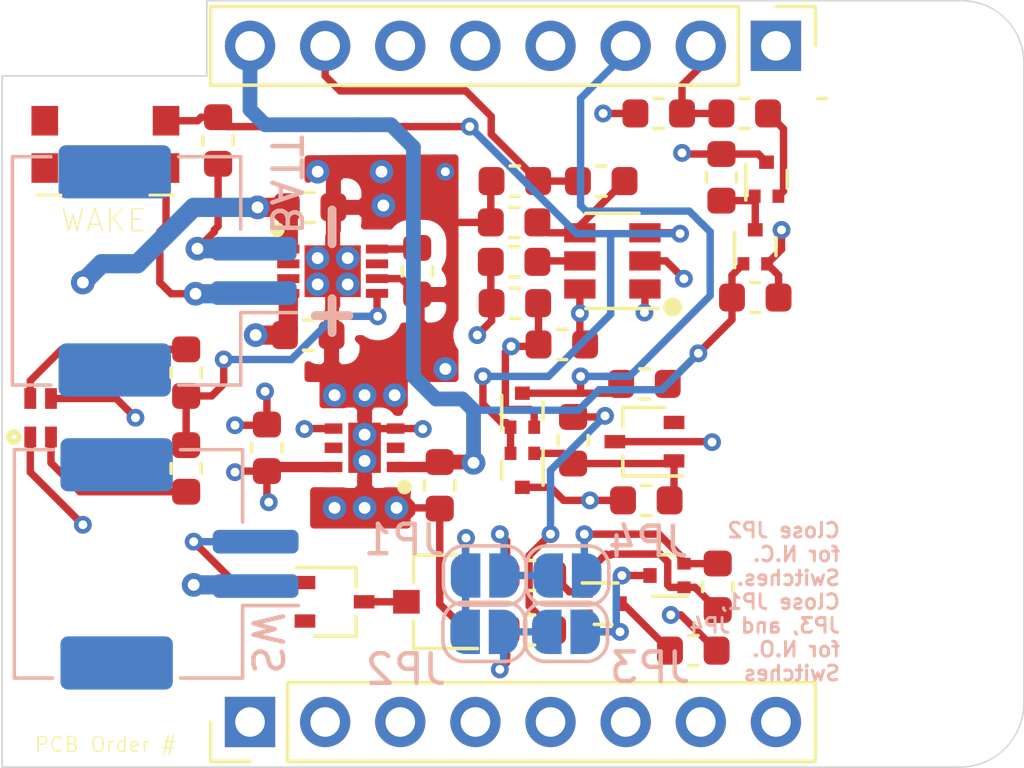
<source format=kicad_pcb>
(kicad_pcb (version 20171130) (host pcbnew "(5.1.6)-1")
  (layers (0 F.Cu signal hide) (1 VBAT power hide) (2 GND power hide) (31 B.Cu jumper) (34 B.Paste user hide) (35 F.Paste user hide) (36 B.SilkS user) (37 F.SilkS user hide) (38 B.Mask user hide) (39 F.Mask user hide) (44 Edge.Cuts user))
  (net 0 "")
  (net 1 +BATT)
  (net 2 GND)
  (net 3 +3V3)
  (net 4 "Net-(C4-Pad1)")
  (net 5 ENABLE)
  (net 6 "Net-(C8-Pad2)")
  (net 7 "Net-(C8-Pad1)")
  (net 8 "Net-(C9-Pad1)")
  (net 9 +5V)
  (net 10 "Net-(D1-Pad1)")
  (net 11 "Net-(D1-Pad2)")
  (net 12 "Net-(D1-Pad3)")
  (net 13 "Net-(D2-Pad2)")
  (net 14 "Net-(JP1-Pad2)")
  (net 15 "Net-(JP1-Pad1)")
  (net 16 "Net-(JP2-Pad2)")
  (net 17 "Net-(JP3-Pad1)")
  (net 18 "Net-(LED1-Pad2)")
  (net 19 "Net-(LED1-Pad3)")
  (net 20 DELAY)
  (net 21 "Net-(Q2-Pad3)")
  (net 22 EXT_WAKE)
  (net 23 "Net-(Q5-Pad2)")
  (net 24 "Net-(Q5-Pad1)")
  (net 25 DONE)
  (net 26 DRVN)
  (net 27 BAT_DIV_4P5)
  (net 28 PROG)
  (net 29 STAT)
  (net 30 "Net-(IC1-Pad5)")
  (net 31 "Net-(IC1-Pad2)")
  (net 32 "Net-(J3-Pad6)")
  (net 33 "Net-(J3-Pad5)")
  (net 34 "Net-(J3-Pad4)")
  (net 35 "Net-(J3-Pad1)")
  (net 36 "Net-(J4-Pad6)")
  (net 37 "Net-(J4-Pad5)")
  (net 38 "Net-(J4-Pad4)")
  (net 39 "Net-(J4-Pad3)")
  (net 40 "Net-(IC2-Pad7)")
  (net 41 "Net-(J4-Pad8)")
  (net 42 "Net-(J4-Pad7)")
  (module Connector_JST-pretty:JST_ZE_SM02B-ZESS-TB_1x02-1MP_P1.50mm_Horizontal (layer B.Cu) (at 161.5725 129.3375 90)
    (fp_text reference J2)
    (fp_text value Conn_01x02_Male)
    (pad MP smd roundrect (at 3.35 -2.125 90) (size 1.8 3.8) (layers B.Cu B.Paste B.Mask) (roundrect_rratio 0.138889))
    (pad MP smd roundrect (at -3.35 -2.125 90) (size 1.8 3.8) (layers B.Cu B.Paste B.Mask) (roundrect_rratio 0.138889))
    (pad 2 smd roundrect (at 0.75 2.575 90) (size 0.8 2.9) (layers B.Cu B.Paste B.Mask) (net 2 GND))
    (pad 1 smd roundrect (at -0.75 2.575 90) (size 0.8 2.9) (layers B.Cu B.Paste B.Mask) (net 1 +BATT))
  )
  (module Connector_JST-pretty:JST_ZE_SM02B-ZESS-TB_1x02-1MP_P1.50mm_Horizontal (layer B.Cu) (at 161.636 139.2435 90)
    (fp_text reference J1)
    (fp_text value Conn_01x02_Male)
    (pad MP smd roundrect (at 3.35 -2.125 90) (size 1.8 3.8) (layers B.Cu B.Paste B.Mask) (roundrect_rratio 0.138889))
    (pad MP smd roundrect (at -3.35 -2.125 90) (size 1.8 3.8) (layers B.Cu B.Paste B.Mask) (roundrect_rratio 0.138889))
    (pad 2 smd roundrect (at 0.75 2.575 90) (size 0.8 2.9) (layers B.Cu B.Paste B.Mask) (net 10 "Net-(D1-Pad1)"))
    (pad 1 smd roundrect (at -0.75 2.575 90) (size 0.8 2.9) (layers B.Cu B.Paste B.Mask) (net 1 +BATT))
  )
  (module Connector_PinHeader_2.54mm:PinHeader_1x08_P2.54mm_Vertical (layer F.Cu) (at 164.0205 144.5895 90)
    (fp_text reference J4)
    (fp_text value Conn_01x08_Male)
    (pad 8 thru_hole oval (at 0 17.78 90) (size 1.7 1.7) (drill 1) (layers *.Cu *.Mask) (net 41 "Net-(J4-Pad8)"))
    (pad 7 thru_hole oval (at 0 15.24 90) (size 1.7 1.7) (drill 1) (layers *.Cu *.Mask) (net 42 "Net-(J4-Pad7)"))
    (pad 6 thru_hole oval (at 0 12.7 90) (size 1.7 1.7) (drill 1) (layers *.Cu *.Mask) (net 36 "Net-(J4-Pad6)"))
    (pad 5 thru_hole oval (at 0 10.16 90) (size 1.7 1.7) (drill 1) (layers *.Cu *.Mask) (net 37 "Net-(J4-Pad5)"))
    (pad 4 thru_hole oval (at 0 7.62 90) (size 1.7 1.7) (drill 1) (layers *.Cu *.Mask) (net 38 "Net-(J4-Pad4)"))
    (pad 3 thru_hole oval (at 0 5.08 90) (size 1.7 1.7) (drill 1) (layers *.Cu *.Mask) (net 39 "Net-(J4-Pad3)"))
    (pad 2 thru_hole oval (at 0 2.54 90) (size 1.7 1.7) (drill 1) (layers *.Cu *.Mask) (net 2 GND))
    (pad 1 thru_hole rect (at 0 0 90) (size 1.7 1.7) (drill 1) (layers *.Cu *.Mask) (net 9 +5V))
  )
  (module Connector_PinHeader_2.54mm:PinHeader_1x08_P2.54mm_Vertical (layer F.Cu) (at 181.8005 121.7295 270)
    (fp_text reference J3)
    (fp_text value Conn_01x08_Male)
    (pad 8 thru_hole oval (at 0 17.78 270) (size 1.7 1.7) (drill 1) (layers *.Cu *.Mask) (net 3 +3V3))
    (pad 7 thru_hole oval (at 0 15.24 270) (size 1.7 1.7) (drill 1) (layers *.Cu *.Mask) (net 25 DONE))
    (pad 6 thru_hole oval (at 0 12.7 270) (size 1.7 1.7) (drill 1) (layers *.Cu *.Mask) (net 32 "Net-(J3-Pad6)"))
    (pad 5 thru_hole oval (at 0 10.16 270) (size 1.7 1.7) (drill 1) (layers *.Cu *.Mask) (net 33 "Net-(J3-Pad5)"))
    (pad 4 thru_hole oval (at 0 7.62 270) (size 1.7 1.7) (drill 1) (layers *.Cu *.Mask) (net 34 "Net-(J3-Pad4)"))
    (pad 3 thru_hole oval (at 0 5.08 270) (size 1.7 1.7) (drill 1) (layers *.Cu *.Mask) (net 22 EXT_WAKE))
    (pad 2 thru_hole oval (at 0 2.54 270) (size 1.7 1.7) (drill 1) (layers *.Cu *.Mask) (net 27 BAT_DIV_4P5))
    (pad 1 thru_hole rect (at 0 0 270) (size 1.7 1.7) (drill 1) (layers *.Cu *.Mask) (net 35 "Net-(J3-Pad1)"))
  )
  (module SamacSys_Parts:KMS233GPLFG (layer F.Cu) (at 159.131 123.7615 180)
    (fp_text reference SW1)
    (fp_text value SW_Push hide)
    (pad 7 np_thru_hole circle (at 0.975 -0.55 180) (size 0.9 0) (drill 0.9) (layers *.Cu *.Mask))
    (pad 6 np_thru_hole circle (at -0.975 -0.55 180) (size 0.9 0) (drill 0.9) (layers *.Cu *.Mask))
    (pad 5 smd rect (at 2.05 -0.5 180) (size 0.9 1) (layers F.Cu F.Paste F.Mask))
    (pad 4 smd rect (at 2.05 -2.1 180) (size 0.9 1) (layers F.Cu F.Paste F.Mask))
    (pad 3 smd rect (at 0 -2.725 270) (size 0.55 1.7) (layers F.Cu F.Paste F.Mask))
    (pad 2 smd rect (at -2.05 -2.1 180) (size 0.9 1) (layers F.Cu F.Paste F.Mask) (net 1 +BATT))
    (pad 1 smd rect (at -2.05 -0.5 180) (size 0.9 1) (layers F.Cu F.Paste F.Mask) (net 20 DELAY))
  )
  (module SamacSys_Parts:SON50P300X200X100-9N-D (layer F.Cu) (at 166.8145 129.3495)
    (fp_text reference IC2)
    (fp_text value MCP73831-5ACI_MC hide)
    (pad 9 smd rect (at 0 0 90) (size 1.75 1.9) (layers F.Cu F.Paste F.Mask) (net 2 GND))
    (pad 8 smd rect (at 1.5 -0.75 90) (size 0.3 0.75) (layers F.Cu F.Paste F.Mask) (net 28 PROG))
    (pad 7 smd rect (at 1.5 -0.25 90) (size 0.3 0.75) (layers F.Cu F.Paste F.Mask) (net 40 "Net-(IC2-Pad7)"))
    (pad 6 smd rect (at 1.5 0.25 90) (size 0.3 0.75) (layers F.Cu F.Paste F.Mask) (net 2 GND))
    (pad 5 smd rect (at 1.5 0.75 90) (size 0.3 0.75) (layers F.Cu F.Paste F.Mask) (net 29 STAT))
    (pad 4 smd rect (at -1.5 0.75 90) (size 0.3 0.75) (layers F.Cu F.Paste F.Mask) (net 1 +BATT))
    (pad 3 smd rect (at -1.5 0.25 90) (size 0.3 0.75) (layers F.Cu F.Paste F.Mask) (net 1 +BATT))
    (pad 2 smd rect (at -1.5 -0.25 90) (size 0.3 0.75) (layers F.Cu F.Paste F.Mask) (net 9 +5V))
    (pad 1 smd rect (at -1.5 -0.75 90) (size 0.3 0.75) (layers F.Cu F.Paste F.Mask) (net 9 +5V))
  )
  (module Resistor_SMD:R_0603_1608Metric (layer F.Cu) (at 172.974 126.3015 180)
    (fp_text reference R2)
    (fp_text value 10k)
    (pad 2 smd roundrect (at 0.7875 0 180) (size 0.875 0.95) (layers F.Cu F.Paste F.Mask) (net 2 GND))
    (pad 1 smd roundrect (at -0.7875 0 180) (size 0.875 0.95) (layers F.Cu F.Paste F.Mask) (net 25 DONE))
  )
  (module Jumper:SolderJumper-2_P1.3mm_Open_RoundedPad1.0x1.5mm (layer B.Cu) (at 174.752 139.6365)
    (fp_text reference JP4 (at 2.7305 -1.143) (layer B.SilkS) (effects (justify mirror)))
    (fp_text value SolderJumper_2_Open)
    (pad 2 smd custom (at 0.65 0) (size 1 0.5) (layers B.Cu B.Mask) (net 2 GND) (options (clearance outline) (anchor rect)) (primitives (gr_circle (center 0 -0.25) (end 0.5 -0.25) (width 0)) (gr_circle (center 0 0.25) (end 0.5 0.25) (width 0)) (gr_poly (pts (xy 0 0.75) (xy -0.5 0.75) (xy -0.5 -0.75) (xy 0 -0.75)) (width 0))))
    (pad 1 smd custom (at -0.65 0) (size 1 0.5) (layers B.Cu B.Mask) (net 14 "Net-(JP1-Pad2)") (options (clearance outline) (anchor rect)) (primitives (gr_circle (center 0 -0.25) (end 0.5 -0.25) (width 0)) (gr_circle (center 0 0.25) (end 0.5 0.25) (width 0)) (gr_poly (pts (xy 0 0.75) (xy 0.5 0.75) (xy 0.5 -0.75) (xy 0 -0.75)) (width 0))))
  )
  (module Jumper:SolderJumper-2_P1.3mm_Open_RoundedPad1.0x1.5mm (layer B.Cu) (at 174.7035 141.5415 180)
    (fp_text reference JP3 (at -2.8425 -1.2065) (layer B.SilkS) (effects (justify mirror)))
    (fp_text value SolderJumper_2_Open)
    (pad 2 smd custom (at 0.65 0 180) (size 1 0.5) (layers B.Cu B.Mask) (net 16 "Net-(JP2-Pad2)") (options (clearance outline) (anchor rect)) (primitives (gr_circle (center 0 -0.25) (end 0.5 -0.25) (width 0)) (gr_circle (center 0 0.25) (end 0.5 0.25) (width 0)) (gr_poly (pts (xy 0 0.75) (xy -0.5 0.75) (xy -0.5 -0.75) (xy 0 -0.75)) (width 0))))
    (pad 1 smd custom (at -0.65 0 180) (size 1 0.5) (layers B.Cu B.Mask) (net 17 "Net-(JP3-Pad1)") (options (clearance outline) (anchor rect)) (primitives (gr_circle (center 0 -0.25) (end 0.5 -0.25) (width 0)) (gr_circle (center 0 0.25) (end 0.5 0.25) (width 0)) (gr_poly (pts (xy 0 0.75) (xy 0.5 0.75) (xy 0.5 -0.75) (xy 0 -0.75)) (width 0))))
  )
  (module Jumper:SolderJumper-2_P1.3mm_Open_RoundedPad1.0x1.5mm (layer B.Cu) (at 171.943 141.5415)
    (fp_text reference JP2 (at -2.652 1.27) (layer B.SilkS) (effects (justify mirror)))
    (fp_text value SolderJumper_2_Open)
    (pad 2 smd custom (at 0.65 0) (size 1 0.5) (layers B.Cu B.Mask) (net 16 "Net-(JP2-Pad2)") (options (clearance outline) (anchor rect)) (primitives (gr_circle (center 0 -0.25) (end 0.5 -0.25) (width 0)) (gr_circle (center 0 0.25) (end 0.5 0.25) (width 0)) (gr_poly (pts (xy 0 0.75) (xy -0.5 0.75) (xy -0.5 -0.75) (xy 0 -0.75)) (width 0))))
    (pad 1 smd custom (at -0.65 0) (size 1 0.5) (layers B.Cu B.Mask) (net 15 "Net-(JP1-Pad1)") (options (clearance outline) (anchor rect)) (primitives (gr_circle (center 0 -0.25) (end 0.5 -0.25) (width 0)) (gr_circle (center 0 0.25) (end 0.5 0.25) (width 0)) (gr_poly (pts (xy 0 0.75) (xy 0.5 0.75) (xy 0.5 -0.75) (xy 0 -0.75)) (width 0))))
  )
  (module Jumper:SolderJumper-2_P1.3mm_Open_RoundedPad1.0x1.5mm (layer B.Cu) (at 171.958 139.6365)
    (fp_text reference JP1 (at -2.7305 -1.2065) (layer B.SilkS) (effects (justify mirror)))
    (fp_text value SolderJumper_2_Open)
    (pad 2 smd custom (at 0.65 0) (size 1 0.5) (layers B.Cu B.Mask) (net 14 "Net-(JP1-Pad2)") (options (clearance outline) (anchor rect)) (primitives (gr_circle (center 0 -0.25) (end 0.5 -0.25) (width 0)) (gr_circle (center 0 0.25) (end 0.5 0.25) (width 0)) (gr_poly (pts (xy 0 0.75) (xy -0.5 0.75) (xy -0.5 -0.75) (xy 0 -0.75)) (width 0))))
    (pad 1 smd custom (at -0.65 0) (size 1 0.5) (layers B.Cu B.Mask) (net 15 "Net-(JP1-Pad1)") (options (clearance outline) (anchor rect)) (primitives (gr_circle (center 0 -0.25) (end 0.5 -0.25) (width 0)) (gr_circle (center 0 0.25) (end 0.5 0.25) (width 0)) (gr_poly (pts (xy 0 0.75) (xy 0.5 0.75) (xy 0.5 -0.75) (xy 0 -0.75)) (width 0))))
  )
  (module SamacSys_Parts:SON65P200X200X80-7N (layer F.Cu) (at 167.894 135.3185 180)
    (fp_text reference IC1)
    (fp_text value TPS73733DRVR hide)
    (pad 7 smd rect (at 0 0 180) (size 1.1 1.7) (layers F.Cu F.Paste F.Mask) (net 2 GND))
    (pad 6 smd rect (at 1.05 -0.65 270) (size 0.35 0.6) (layers F.Cu F.Paste F.Mask) (net 1 +BATT))
    (pad 5 smd rect (at 1.05 0 270) (size 0.35 0.6) (layers F.Cu F.Paste F.Mask) (net 30 "Net-(IC1-Pad5)"))
    (pad 4 smd rect (at 1.05 0.65 270) (size 0.35 0.6) (layers F.Cu F.Paste F.Mask) (net 5 ENABLE))
    (pad 3 smd rect (at -1.05 0.65 270) (size 0.35 0.6) (layers F.Cu F.Paste F.Mask) (net 2 GND))
    (pad 2 smd rect (at -1.05 0 270) (size 0.35 0.6) (layers F.Cu F.Paste F.Mask) (net 31 "Net-(IC1-Pad2)"))
    (pad 1 smd rect (at -1.05 -0.65 270) (size 0.35 0.6) (layers F.Cu F.Paste F.Mask) (net 3 +3V3))
  )
  (module Capacitor_SMD:C_0603_1608Metric (layer F.Cu) (at 174.5615 131.826 180)
    (fp_text reference C1)
    (fp_text value 0.1u)
    (pad 1 smd roundrect (at -0.7875 0 180) (size 0.875 0.95) (layers F.Cu F.Paste F.Mask) (net 1 +BATT))
    (pad 2 smd roundrect (at 0.7875 0 180) (size 0.875 0.95) (layers F.Cu F.Paste F.Mask) (net 2 GND))
  )
  (module Capacitor_SMD:C_0603_1608Metric (layer F.Cu) (at 170.434 136.5885 90)
    (fp_text reference C2)
    (fp_text value 1u)
    (pad 2 smd roundrect (at 0.7875 0 90) (size 0.875 0.95) (layers F.Cu F.Paste F.Mask) (net 3 +3V3))
    (pad 1 smd roundrect (at -0.7875 0 90) (size 0.875 0.95) (layers F.Cu F.Paste F.Mask) (net 2 GND))
  )
  (module Capacitor_SMD:C_0603_1608Metric (layer F.Cu) (at 172.9485 127.6985 180)
    (fp_text reference C4)
    (fp_text value 10u)
    (pad 2 smd roundrect (at 0.7875 0 180) (size 0.875 0.95) (layers F.Cu F.Paste F.Mask) (net 2 GND))
    (pad 1 smd roundrect (at -0.7875 0 180) (size 0.875 0.95) (layers F.Cu F.Paste F.Mask) (net 4 "Net-(C4-Pad1)"))
  )
  (module Capacitor_SMD:C_0603_1608Metric (layer F.Cu) (at 172.974 130.429)
    (fp_text reference C5)
    (fp_text value 10u)
    (pad 1 smd roundrect (at -0.7875 0) (size 0.875 0.95) (layers F.Cu F.Paste F.Mask) (net 5 ENABLE))
    (pad 2 smd roundrect (at 0.7875 0) (size 0.875 0.95) (layers F.Cu F.Paste F.Mask) (net 2 GND))
  )
  (module Capacitor_SMD:C_0603_1608Metric (layer F.Cu) (at 164.592 135.3185 270)
    (fp_text reference C6)
    (fp_text value 1u)
    (pad 2 smd roundrect (at 0.7875 0 270) (size 0.875 0.95) (layers F.Cu F.Paste F.Mask) (net 1 +BATT))
    (pad 1 smd roundrect (at -0.7875 0 270) (size 0.875 0.95) (layers F.Cu F.Paste F.Mask) (net 2 GND))
  )
  (module Capacitor_SMD:C_0603_1608Metric (layer F.Cu) (at 174.9425 135.0645 90)
    (fp_text reference C8)
    (fp_text value 10u)
    (pad 2 smd roundrect (at 0.7875 0 90) (size 0.875 0.95) (layers F.Cu F.Paste F.Mask) (net 6 "Net-(C8-Pad2)"))
    (pad 1 smd roundrect (at -0.7875 0 90) (size 0.875 0.95) (layers F.Cu F.Paste F.Mask) (net 7 "Net-(C8-Pad1)"))
  )
  (module Capacitor_SMD:C_0603_1608Metric (layer F.Cu) (at 179.832 140.0175 90)
    (fp_text reference C9)
    (fp_text value 0.1u)
    (pad 1 smd roundrect (at -0.7875 0 90) (size 0.875 0.95) (layers F.Cu F.Paste F.Mask) (net 8 "Net-(C9-Pad1)"))
    (pad 2 smd roundrect (at 0.7875 0 90) (size 0.875 0.95) (layers F.Cu F.Paste F.Mask) (net 2 GND))
  )
  (module Capacitor_SMD:C_0603_1608Metric (layer F.Cu) (at 166.0525 127.1905 180)
    (fp_text reference C10)
    (fp_text value C_Small)
    (pad 1 smd roundrect (at -0.7875 0 180) (size 0.875 0.95) (layers F.Cu F.Paste F.Mask) (net 2 GND))
    (pad 2 smd roundrect (at 0.7875 0 180) (size 0.875 0.95) (layers F.Cu F.Paste F.Mask) (net 9 +5V))
  )
  (module Capacitor_SMD:C_0603_1608Metric (layer F.Cu) (at 165.989 131.5085 180)
    (fp_text reference C11)
    (fp_text value C_Small)
    (pad 2 smd roundrect (at 0.7875 0 180) (size 0.875 0.95) (layers F.Cu F.Paste F.Mask) (net 1 +BATT))
    (pad 1 smd roundrect (at -0.7875 0 180) (size 0.875 0.95) (layers F.Cu F.Paste F.Mask) (net 2 GND))
  )
  (module Package_TO_SOT_SMD:SOT-323_SC-70 (layer F.Cu) (at 166.878 140.5255)
    (fp_text reference D1)
    (fp_text value BAT54W)
    (pad 1 smd rect (at -1 -0.65 270) (size 0.45 0.7) (layers F.Cu F.Paste F.Mask) (net 10 "Net-(D1-Pad1)"))
    (pad 2 smd rect (at -1 0.65 270) (size 0.45 0.7) (layers F.Cu F.Paste F.Mask) (net 11 "Net-(D1-Pad2)"))
    (pad 3 smd rect (at 1 0 270) (size 0.45 0.7) (layers F.Cu F.Paste F.Mask) (net 12 "Net-(D1-Pad3)"))
  )
  (module Package_TO_SOT_SMD:SOT-323_SC-70 (layer F.Cu) (at 177.3555 135.112 180)
    (fp_text reference D2)
    (fp_text value BAT54W)
    (pad 3 smd rect (at 1 0 90) (size 0.45 0.7) (layers F.Cu F.Paste F.Mask) (net 1 +BATT))
    (pad 2 smd rect (at -1 0.65 90) (size 0.45 0.7) (layers F.Cu F.Paste F.Mask) (net 13 "Net-(D2-Pad2)"))
    (pad 1 smd rect (at -1 -0.65 90) (size 0.45 0.7) (layers F.Cu F.Paste F.Mask) (net 7 "Net-(C8-Pad1)"))
  )
  (module SamacSys_Parts:HSMF-C163 (layer F.Cu) (at 156.941 134.3025 90)
    (fp_text reference LED1)
    (fp_text value HSMF-C165 hide)
    (pad 1 smd rect (at -0.65 -0.35 180) (size 0.4 0.7) (layers F.Cu F.Paste F.Mask) (net 9 +5V))
    (pad 2 smd rect (at -0.65 0.35 180) (size 0.4 0.7) (layers F.Cu F.Paste F.Mask) (net 18 "Net-(LED1-Pad2)"))
    (pad 3 smd rect (at 0.65 -0.35 180) (size 0.4 0.7) (layers F.Cu F.Paste F.Mask) (net 19 "Net-(LED1-Pad3)"))
    (pad 4 smd rect (at 0.65 0.35 180) (size 0.4 0.7) (layers F.Cu F.Paste F.Mask) (net 2 GND))
  )
  (module Package_TO_SOT_SMD:SOT-723 (layer F.Cu) (at 173.228 136.0805 270)
    (fp_text reference Q1)
    (fp_text value Q_PMOS_GSD)
    (pad 1 smd rect (at -0.575 -0.4 270) (size 0.45 0.4) (layers F.Cu F.Paste F.Mask) (net 7 "Net-(C8-Pad1)"))
    (pad 2 smd rect (at -0.575 0.4 270) (size 0.45 0.4) (layers F.Cu F.Paste F.Mask) (net 20 DELAY))
    (pad 3 smd rect (at 0.575 0 270) (size 0.45 0.5) (layers F.Cu F.Paste F.Mask) (net 1 +BATT))
  )
  (module Package_TO_SOT_SMD:SOT-723 (layer F.Cu) (at 175.9585 140.589)
    (fp_text reference Q2)
    (fp_text value Q_PMOS_GSD)
    (pad 3 smd rect (at 0.575 0) (size 0.45 0.5) (layers F.Cu F.Paste F.Mask) (net 21 "Net-(Q2-Pad3)"))
    (pad 2 smd rect (at -0.575 0.4) (size 0.45 0.4) (layers F.Cu F.Paste F.Mask) (net 17 "Net-(JP3-Pad1)"))
    (pad 1 smd rect (at -0.575 -0.4) (size 0.45 0.4) (layers F.Cu F.Paste F.Mask) (net 8 "Net-(C9-Pad1)"))
  )
  (module Package_TO_SOT_SMD:SOT-723 (layer F.Cu) (at 178.1175 139.6365 180)
    (fp_text reference Q3)
    (fp_text value Q_NMOS_GSD)
    (pad 3 smd rect (at 0.575 0 180) (size 0.45 0.5) (layers F.Cu F.Paste F.Mask) (net 17 "Net-(JP3-Pad1)"))
    (pad 2 smd rect (at -0.575 0.4 180) (size 0.45 0.4) (layers F.Cu F.Paste F.Mask) (net 2 GND))
    (pad 1 smd rect (at -0.575 -0.4 180) (size 0.45 0.4) (layers F.Cu F.Paste F.Mask) (net 8 "Net-(C9-Pad1)"))
  )
  (module Package_TO_SOT_SMD:SOT-723 (layer F.Cu) (at 173.228 134.0485 90)
    (fp_text reference Q4)
    (fp_text value Q_NMOS_GSD)
    (pad 1 smd rect (at -0.575 -0.4 90) (size 0.45 0.4) (layers F.Cu F.Paste F.Mask) (net 20 DELAY))
    (pad 2 smd rect (at -0.575 0.4 90) (size 0.45 0.4) (layers F.Cu F.Paste F.Mask) (net 2 GND))
    (pad 3 smd rect (at 0.575 0 90) (size 0.45 0.5) (layers F.Cu F.Paste F.Mask) (net 22 EXT_WAKE))
  )
  (module Package_TO_SOT_SMD:SOT-723 (layer F.Cu) (at 181.483 126.238 90)
    (fp_text reference Q5)
    (fp_text value Q_PMOS_GSD)
    (pad 3 smd rect (at 0.575 0 90) (size 0.45 0.5) (layers F.Cu F.Paste F.Mask) (net 1 +BATT))
    (pad 2 smd rect (at -0.575 0.4 90) (size 0.45 0.4) (layers F.Cu F.Paste F.Mask) (net 23 "Net-(Q5-Pad2)"))
    (pad 1 smd rect (at -0.575 -0.4 90) (size 0.45 0.4) (layers F.Cu F.Paste F.Mask) (net 24 "Net-(Q5-Pad1)"))
  )
  (module Package_TO_SOT_SMD:SOT-723 (layer F.Cu) (at 181.102 128.524 90)
    (fp_text reference Q6)
    (fp_text value Q_NMOS_GSD)
    (pad 1 smd rect (at -0.575 -0.4 90) (size 0.45 0.4) (layers F.Cu F.Paste F.Mask) (net 3 +3V3))
    (pad 2 smd rect (at -0.575 0.4 90) (size 0.45 0.4) (layers F.Cu F.Paste F.Mask) (net 2 GND))
    (pad 3 smd rect (at 0.575 0 90) (size 0.45 0.5) (layers F.Cu F.Paste F.Mask) (net 24 "Net-(Q5-Pad1)"))
  )
  (module Resistor_SMD:R_0603_1608Metric (layer F.Cu) (at 175.895 126.3015 180)
    (fp_text reference R1)
    (fp_text value 10k)
    (pad 2 smd roundrect (at 0.7875 0 180) (size 0.875 0.95) (layers F.Cu F.Paste F.Mask) (net 25 DONE))
    (pad 1 smd roundrect (at -0.7875 0 180) (size 0.875 0.95) (layers F.Cu F.Paste F.Mask) (net 4 "Net-(C4-Pad1)"))
  )
  (module Resistor_SMD:R_0603_1608Metric (layer F.Cu) (at 172.9485 129.032 180)
    (fp_text reference R3)
    (fp_text value 10k)
    (pad 2 smd roundrect (at 0.7875 0 180) (size 0.875 0.95) (layers F.Cu F.Paste F.Mask) (net 5 ENABLE))
    (pad 1 smd roundrect (at -0.7875 0 180) (size 0.875 0.95) (layers F.Cu F.Paste F.Mask) (net 26 DRVN))
  )
  (module Resistor_SMD:R_0603_1608Metric (layer F.Cu) (at 179.0065 142.1765)
    (fp_text reference R4)
    (fp_text value 100)
    (pad 2 smd roundrect (at 0.7875 0) (size 0.875 0.95) (layers F.Cu F.Paste F.Mask) (net 1 +BATT))
    (pad 1 smd roundrect (at -0.7875 0) (size 0.875 0.95) (layers F.Cu F.Paste F.Mask) (net 21 "Net-(Q2-Pad3)"))
  )
  (module Resistor_SMD:R_0603_1608Metric (layer F.Cu) (at 177.419 137.0965 180)
    (fp_text reference R5)
    (fp_text value 100k)
    (pad 1 smd roundrect (at -0.7875 0 180) (size 0.875 0.95) (layers F.Cu F.Paste F.Mask) (net 7 "Net-(C8-Pad1)"))
    (pad 2 smd roundrect (at 0.7875 0 180) (size 0.875 0.95) (layers F.Cu F.Paste F.Mask) (net 1 +BATT))
  )
  (module Resistor_SMD:R_0603_1608Metric (layer F.Cu) (at 162.941 124.93 270)
    (fp_text reference R6)
    (fp_text value 100)
    (pad 1 smd roundrect (at -0.7875 0 270) (size 0.875 0.95) (layers F.Cu F.Paste F.Mask) (net 20 DELAY))
    (pad 2 smd roundrect (at 0.7875 0 270) (size 0.875 0.95) (layers F.Cu F.Paste F.Mask) (net 2 GND))
  )
  (module Resistor_SMD:R_0603_1608Metric (layer F.Cu) (at 173.482 141.478 180)
    (fp_text reference R7)
    (fp_text value 100)
    (pad 1 smd roundrect (at -0.7875 0 180) (size 0.875 0.95) (layers F.Cu F.Paste F.Mask) (net 6 "Net-(C8-Pad2)"))
    (pad 2 smd roundrect (at 0.7875 0 180) (size 0.875 0.95) (layers F.Cu F.Paste F.Mask) (net 16 "Net-(JP2-Pad2)"))
  )
  (module Resistor_SMD:R_0603_1608Metric (layer F.Cu) (at 177.3555 133.1595)
    (fp_text reference R8)
    (fp_text value 10k)
    (pad 1 smd roundrect (at -0.7875 0) (size 0.875 0.95) (layers F.Cu F.Paste F.Mask) (net 22 EXT_WAKE))
    (pad 2 smd roundrect (at 0.7875 0) (size 0.875 0.95) (layers F.Cu F.Paste F.Mask) (net 3 +3V3))
  )
  (module Resistor_SMD:R_0603_1608Metric (layer F.Cu) (at 173.482 139.6365 180)
    (fp_text reference R9)
    (fp_text value 10k)
    (pad 1 smd roundrect (at -0.7875 0 180) (size 0.875 0.95) (layers F.Cu F.Paste F.Mask) (net 8 "Net-(C9-Pad1)"))
    (pad 2 smd roundrect (at 0.7875 0 180) (size 0.875 0.95) (layers F.Cu F.Paste F.Mask) (net 14 "Net-(JP1-Pad2)"))
  )
  (module Resistor_SMD:R_0603_1608Metric (layer F.Cu) (at 179.959 126.1745 270)
    (fp_text reference R10)
    (fp_text value R_Small)
    (pad 1 smd roundrect (at -0.7875 0 270) (size 0.875 0.95) (layers F.Cu F.Paste F.Mask) (net 1 +BATT))
    (pad 2 smd roundrect (at 0.7875 0 270) (size 0.875 0.95) (layers F.Cu F.Paste F.Mask) (net 24 "Net-(Q5-Pad1)"))
  )
  (module Resistor_SMD:R_0603_1608Metric (layer F.Cu) (at 180.7465 124.0155 180)
    (fp_text reference R11)
    (fp_text value R_Small)
    (pad 2 smd roundrect (at 0.7875 0 180) (size 0.875 0.95) (layers F.Cu F.Paste F.Mask) (net 27 BAT_DIV_4P5))
    (pad 1 smd roundrect (at -0.7875 0 180) (size 0.875 0.95) (layers F.Cu F.Paste F.Mask) (net 23 "Net-(Q5-Pad2)"))
  )
  (module Resistor_SMD:R_0603_1608Metric (layer F.Cu) (at 181.102 130.2385)
    (fp_text reference R12)
    (fp_text value R_Small)
    (pad 2 smd roundrect (at 0.7875 0) (size 0.875 0.95) (layers F.Cu F.Paste F.Mask) (net 2 GND))
    (pad 1 smd roundrect (at -0.7875 0) (size 0.875 0.95) (layers F.Cu F.Paste F.Mask) (net 3 +3V3))
  )
  (module Resistor_SMD:R_0603_1608Metric (layer F.Cu) (at 177.838 124.0155 180)
    (fp_text reference R13)
    (fp_text value R_Small)
    (pad 2 smd roundrect (at 0.7875 0 180) (size 0.875 0.95) (layers F.Cu F.Paste F.Mask) (net 2 GND))
    (pad 1 smd roundrect (at -0.7875 0 180) (size 0.875 0.95) (layers F.Cu F.Paste F.Mask) (net 27 BAT_DIV_4P5))
  )
  (module Resistor_SMD:R_0603_1608Metric (layer F.Cu) (at 169.672 129.3495 270)
    (fp_text reference R14)
    (fp_text value R_Small)
    (pad 2 smd roundrect (at 0.7875 0 270) (size 0.875 0.95) (layers F.Cu F.Paste F.Mask) (net 2 GND))
    (pad 1 smd roundrect (at -0.7875 0 270) (size 0.875 0.95) (layers F.Cu F.Paste F.Mask) (net 28 PROG))
  )
  (module Resistor_SMD:R_0603_1608Metric (layer F.Cu) (at 161.8615 132.7785 90)
    (fp_text reference R15)
    (fp_text value R_Small)
    (pad 1 smd roundrect (at -0.7875 0 90) (size 0.875 0.95) (layers F.Cu F.Paste F.Mask) (net 29 STAT))
    (pad 2 smd roundrect (at 0.7875 0 90) (size 0.875 0.95) (layers F.Cu F.Paste F.Mask) (net 19 "Net-(LED1-Pad3)"))
  )
  (module Resistor_SMD:R_0603_1608Metric (layer F.Cu) (at 161.8615 136.017 90)
    (fp_text reference R16)
    (fp_text value R_Small)
    (pad 1 smd roundrect (at -0.7875 0 90) (size 0.875 0.95) (layers F.Cu F.Paste F.Mask) (net 18 "Net-(LED1-Pad2)"))
    (pad 2 smd roundrect (at 0.7875 0 90) (size 0.875 0.95) (layers F.Cu F.Paste F.Mask) (net 29 STAT))
  )
  (module Package_TO_SOT_SMD:SOT-23 (layer F.Cu) (at 170.307 140.5255 180)
    (fp_text reference U1)
    (fp_text value TPS3839DBZ)
    (pad 1 smd rect (at -1 -0.95 180) (size 0.9 0.8) (layers F.Cu F.Paste F.Mask) (net 2 GND))
    (pad 2 smd rect (at -1 0.95 180) (size 0.9 0.8) (layers F.Cu F.Paste F.Mask) (net 15 "Net-(JP1-Pad1)"))
    (pad 3 smd rect (at 1 0 180) (size 0.9 0.8) (layers F.Cu F.Paste F.Mask) (net 12 "Net-(D1-Pad3)"))
  )
  (module Package_TO_SOT_SMD:SOT-23-6 (layer F.Cu) (at 176.271999 128.999999 180)
    (fp_text reference U2)
    (fp_text value TPL5111)
    (pad 1 smd rect (at -1.1 -0.95 180) (size 1.06 0.65) (layers F.Cu F.Paste F.Mask) (net 1 +BATT))
    (pad 2 smd rect (at -1.1 0 180) (size 1.06 0.65) (layers F.Cu F.Paste F.Mask) (net 2 GND))
    (pad 3 smd rect (at -1.1 0.95 180) (size 1.06 0.65) (layers F.Cu F.Paste F.Mask) (net 20 DELAY))
    (pad 4 smd rect (at 1.1 0.95 180) (size 1.06 0.65) (layers F.Cu F.Paste F.Mask) (net 4 "Net-(C4-Pad1)"))
    (pad 6 smd rect (at 1.1 -0.95 180) (size 1.06 0.65) (layers F.Cu F.Paste F.Mask) (net 1 +BATT))
    (pad 5 smd rect (at 1.1 0 180) (size 1.06 0.65) (layers F.Cu F.Paste F.Mask) (net 26 DRVN))
  )
  (gr_text "Close JP2\nfor N.C. \nSwitches.\nClose JP1,\nJP3, and JP4\nfor N.O. \nSwitches" (at 184.023 140.5255) (layer B.SilkS) (effects (font (size 0.5 0.5) (thickness 0.1)) (justify left mirror)))
  (gr_text BATT (at 165.227 126.4285 270) (layer B.SilkS) (effects (font (size 1 1)) (justify mirror)))
  (gr_text SW (at 164.592 141.9225 270) (layer B.SilkS) (effects (font (size 1 1)) (justify mirror)))
  (gr_text "- +" (at 166.6875 129.3495 90) (layer B.SilkS) (effects (font (size 1.5 1.5) (thickness 0.3)) (justify mirror)))
  (gr_text WAKE (at 159.0675 127.635) (layer F.SilkS) (effects (font (size 0.75 0.75) (thickness 0.05))))
  (gr_text "PCB Order #" (at 159.131 145.3515) (layer F.SilkS) (effects (font (size 0.5 0.5) (thickness 0.05))))
  (gr_circle (center 178.308 130.556) (end 178.562 130.6195) (layer F.SilkS) (width 0.12))
  (gr_circle (center 178.308 130.556) (end 178.435 130.6195) (layer F.SilkS) (width 0.12))
  (gr_circle (center 178.308 130.556) (end 178.3715 130.556) (layer F.SilkS) (width 0.12))
  (gr_line (start 183.515 123.5075) (end 183.1975 123.5075) (layer F.SilkS) (width 0.12))
  (gr_arc (start 188.0235 143.9545) (end 188.0235 146.1135) (angle -90) (layer Edge.Cuts) (width 0.05))
  (gr_arc (start 188.087 122.301) (end 190.1825 122.3645) (angle -91.73573192) (layer Edge.Cuts) (width 0.05))
  (gr_line (start 190.1825 143.9545) (end 190.1825 122.3645) (layer Edge.Cuts) (width 0.05))
  (gr_line (start 155.6385 146.1135) (end 188.0235 146.1135) (layer Edge.Cuts) (width 0.05))
  (gr_line (start 155.6385 131.7625) (end 155.6385 146.1135) (layer Edge.Cuts) (width 0.05))
  (gr_line (start 155.6385 127.4445) (end 155.6385 131.7625) (layer Edge.Cuts) (width 0.05))
  (gr_line (start 155.6385 122.7455) (end 155.6385 127.4445) (layer Edge.Cuts) (width 0.05))
  (gr_line (start 162.56 122.7455) (end 155.6385 122.7455) (layer Edge.Cuts) (width 0.05))
  (gr_line (start 162.56 120.2055) (end 162.56 122.7455) (layer Edge.Cuts) (width 0.05))
  (gr_line (start 162.56 120.2055) (end 188.087 120.2055) (layer Edge.Cuts) (width 0.05))
  (via (at 178.2445 140.97) (size 0.6) (drill 0.3) (layers F.Cu B.Cu) (net 1))
  (via (at 179.6415 135.128) (size 0.6) (drill 0.3) (layers F.Cu B.Cu) (net 1))
  (via (at 178.6255 125.349) (size 0.6) (drill 0.3) (layers F.Cu B.Cu) (net 1))
  (via (at 162.1155 139.954) (size 0.8) (drill 0.4) (layers F.Cu B.Cu) (net 1))
  (via (at 164.211 131.5085) (size 0.8) (drill 0.4) (layers F.Cu B.Cu) (net 1))
  (via (at 162.179 130.1115) (size 0.8) (drill 0.4) (layers F.Cu B.Cu) (net 1))
  (segment (start 164.7295 135.9685) (end 164.592 136.106) (width 0.25) (layer F.Cu) (net 1))
  (segment (start 166.844 135.9685) (end 164.7295 135.9685) (width 0.35) (layer F.Cu) (net 1))
  (segment (start 165.3145 131.3955) (end 165.2015 131.5085) (width 0.25) (layer F.Cu) (net 1))
  (segment (start 165.3145 130.0995) (end 165.3145 131.3955) (width 0.65) (layer F.Cu) (net 1))
  (segment (start 164.211 131.5085) (end 165.2015 131.5085) (width 0.65) (layer F.Cu) (net 1))
  (via (at 163.5125 136.144) (size 0.6) (drill 0.3) (layers F.Cu B.Cu) (net 1))
  (via (at 164.6555 137.16) (size 0.6) (drill 0.3) (layers F.Cu B.Cu) (net 1))
  (via (at 177.3555 130.7465) (size 0.6) (drill 0.3) (layers F.Cu B.Cu) (net 1))
  (segment (start 177.371999 130.730001) (end 177.3555 130.7465) (width 0.25) (layer F.Cu) (net 1))
  (segment (start 177.371999 129.949999) (end 177.371999 130.730001) (width 0.25) (layer F.Cu) (net 1))
  (segment (start 163.5505 136.106) (end 163.5125 136.144) (width 0.25) (layer F.Cu) (net 1))
  (segment (start 164.592 136.106) (end 163.5505 136.106) (width 0.25) (layer F.Cu) (net 1))
  (segment (start 164.592 137.0965) (end 164.6555 137.16) (width 0.25) (layer F.Cu) (net 1))
  (segment (start 164.592 136.106) (end 164.592 137.0965) (width 0.25) (layer F.Cu) (net 1))
  (segment (start 164.108 130.048) (end 164.1475 130.0875) (width 0.25) (layer B.Cu) (net 1))
  (segment (start 175.171999 131.648999) (end 175.349 131.826) (width 0.25) (layer F.Cu) (net 1))
  (segment (start 175.171999 129.949999) (end 175.171999 130.771001) (width 0.25) (layer F.Cu) (net 1))
  (segment (start 175.171999 130.771001) (end 175.171999 131.648999) (width 0.25) (layer F.Cu) (net 1))
  (via (at 175.171999 130.771001) (size 0.6) (drill 0.3) (layers F.Cu B.Cu) (net 1))
  (segment (start 165.3145 129.5995) (end 165.3145 130.0995) (width 0.3) (layer F.Cu) (net 1))
  (segment (start 164.1715 139.954) (end 164.211 139.9935) (width 0.25) (layer B.Cu) (net 1))
  (segment (start 162.1155 139.954) (end 164.1715 139.954) (width 0.65) (layer B.Cu) (net 1))
  (segment (start 164.1235 130.1115) (end 164.1475 130.0875) (width 0.25) (layer B.Cu) (net 1))
  (segment (start 162.179 130.1115) (end 164.1235 130.1115) (width 0.65) (layer B.Cu) (net 1))
  (segment (start 181.207 125.387) (end 181.483 125.663) (width 0.25) (layer F.Cu) (net 1))
  (segment (start 179.959 125.387) (end 181.207 125.387) (width 0.25) (layer F.Cu) (net 1))
  (segment (start 178.6635 125.387) (end 178.6255 125.349) (width 0.25) (layer F.Cu) (net 1))
  (segment (start 179.959 125.387) (end 178.6635 125.387) (width 0.25) (layer F.Cu) (net 1))
  (segment (start 173.228 136.6555) (end 174.184 136.6555) (width 0.25) (layer F.Cu) (net 1))
  (segment (start 174.625 137.0965) (end 175.514 137.0965) (width 0.25) (layer F.Cu) (net 1))
  (segment (start 174.184 136.6555) (end 174.625 137.0965) (width 0.25) (layer F.Cu) (net 1))
  (segment (start 175.514 137.0965) (end 176.6315 137.0965) (width 0.25) (layer F.Cu) (net 1))
  (via (at 175.514 137.0965) (size 0.6) (drill 0.3) (layers F.Cu B.Cu) (net 1))
  (segment (start 178.5875 140.97) (end 178.2445 140.97) (width 0.25) (layer F.Cu) (net 1))
  (segment (start 179.794 142.1765) (end 178.5875 140.97) (width 0.25) (layer F.Cu) (net 1))
  (segment (start 179.6255 135.112) (end 179.6415 135.128) (width 0.25) (layer F.Cu) (net 1))
  (segment (start 176.3555 135.112) (end 179.6255 135.112) (width 0.25) (layer F.Cu) (net 1))
  (segment (start 161.181 125.8615) (end 161.181 127.8075) (width 0.25) (layer F.Cu) (net 1))
  (segment (start 161.181 127.8075) (end 160.9725 128.016) (width 0.25) (layer F.Cu) (net 1))
  (segment (start 160.9725 128.016) (end 160.9725 129.7305) (width 0.25) (layer F.Cu) (net 1))
  (segment (start 161.3535 130.1115) (end 162.179 130.1115) (width 0.25) (layer F.Cu) (net 1))
  (segment (start 160.9725 129.7305) (end 161.3535 130.1115) (width 0.25) (layer F.Cu) (net 1))
  (via (at 160.147 134.3025) (size 0.6) (drill 0.3) (layers F.Cu B.Cu) (net 2))
  (via (at 175.3235 138.2395) (size 0.6) (drill 0.3) (layers F.Cu B.Cu) (net 2))
  (via (at 181.991 127.9525) (size 0.6) (drill 0.3) (layers F.Cu B.Cu) (net 2))
  (via (at 175.9585 124.0155) (size 0.6) (drill 0.3) (layers F.Cu B.Cu) (net 2))
  (via (at 169.8625 134.6835) (size 0.6) (drill 0.3) (layers F.Cu B.Cu) (net 2))
  (via (at 167.894 135.763) (size 0.8) (drill 0.4) (layers F.Cu B.Cu) (net 2))
  (via (at 167.3225 128.905) (size 0.8) (drill 0.4) (layers F.Cu B.Cu) (net 2))
  (via (at 167.3225 129.794) (size 0.8) (drill 0.4) (layers F.Cu B.Cu) (net 2))
  (via (at 166.3065 129.794) (size 0.8) (drill 0.4) (layers F.Cu B.Cu) (net 2))
  (via (at 166.3065 128.905) (size 0.8) (drill 0.4) (layers F.Cu B.Cu) (net 2))
  (via (at 167.894 134.874) (size 0.8) (drill 0.4) (layers F.Cu B.Cu) (net 2))
  (via (at 162.2425 128.5875) (size 0.8) (drill 0.4) (layers F.Cu B.Cu) (net 2))
  (via (at 172.847 131.8895) (size 0.6) (drill 0.3) (layers F.Cu B.Cu) (net 2))
  (via (at 163.5125 134.5565) (size 0.6) (drill 0.3) (layers F.Cu B.Cu) (net 2))
  (via (at 164.5285 133.4135) (size 0.6) (drill 0.3) (layers F.Cu B.Cu) (net 2))
  (segment (start 169.1345 129.5995) (end 169.672 130.137) (width 0.25) (layer F.Cu) (net 2))
  (segment (start 168.3145 129.5995) (end 169.1345 129.5995) (width 0.25) (layer F.Cu) (net 2))
  (segment (start 166.84 129.324) (end 166.8145 129.3495) (width 0.25) (layer F.Cu) (net 2))
  (segment (start 166.7765 129.3875) (end 166.8145 129.3495) (width 0.25) (layer F.Cu) (net 2))
  (segment (start 172.161 126.327) (end 172.1865 126.3015) (width 0.25) (layer F.Cu) (net 2))
  (segment (start 172.161 127.6985) (end 172.161 126.327) (width 0.25) (layer F.Cu) (net 2))
  (via (at 170.6245 132.6515) (size 0.8) (drill 0.4) (layers F.Cu B.Cu) (net 2))
  (via (at 166.3065 125.984) (size 0.8) (drill 0.4) (layers F.Cu B.Cu) (net 2))
  (via (at 170.6245 125.984) (size 0.6) (drill 0.3) (layers F.Cu B.Cu) (net 2))
  (via (at 168.4655 125.984) (size 0.8) (drill 0.4) (layers F.Cu B.Cu) (net 2))
  (via (at 168.529 127.127) (size 0.8) (drill 0.4) (layers F.Cu B.Cu) (net 2))
  (segment (start 164.592 133.477) (end 164.5285 133.4135) (width 0.25) (layer F.Cu) (net 2))
  (segment (start 164.592 134.531) (end 164.592 133.477) (width 0.25) (layer F.Cu) (net 2))
  (segment (start 164.5665 134.5565) (end 164.592 134.531) (width 0.25) (layer F.Cu) (net 2))
  (segment (start 163.5125 134.5565) (end 164.5665 134.5565) (width 0.25) (layer F.Cu) (net 2))
  (segment (start 173.774 130.4415) (end 173.7615 130.429) (width 0.25) (layer F.Cu) (net 2))
  (segment (start 173.774 131.826) (end 173.774 130.4415) (width 0.25) (layer F.Cu) (net 2))
  (segment (start 168.0995 134.6685) (end 167.894 134.874) (width 0.25) (layer F.Cu) (net 2))
  (segment (start 168.944 134.6685) (end 168.0995 134.6685) (width 0.25) (layer F.Cu) (net 2))
  (segment (start 169.8475 134.6685) (end 169.8625 134.6835) (width 0.25) (layer F.Cu) (net 2))
  (segment (start 168.944 134.6685) (end 169.8475 134.6685) (width 0.25) (layer F.Cu) (net 2))
  (via (at 167.894 137.3505) (size 0.8) (drill 0.4) (layers F.Cu B.Cu) (net 2))
  (via (at 166.878 137.3505) (size 0.8) (drill 0.4) (layers F.Cu B.Cu) (net 2))
  (via (at 166.878 133.5405) (size 0.8) (drill 0.4) (layers F.Cu B.Cu) (net 2))
  (via (at 167.894 133.5405) (size 0.8) (drill 0.4) (layers F.Cu B.Cu) (net 2))
  (via (at 168.91 133.5405) (size 0.8) (drill 0.4) (layers F.Cu B.Cu) (net 2))
  (via (at 168.9735 137.3505) (size 0.8) (drill 0.4) (layers F.Cu B.Cu) (net 2))
  (segment (start 167.926001 133.508499) (end 167.894 133.5405) (width 0.25) (layer F.Cu) (net 2))
  (segment (start 173.7105 131.8895) (end 173.774 131.826) (width 0.25) (layer F.Cu) (net 2))
  (segment (start 172.847 131.8895) (end 173.7105 131.8895) (width 0.25) (layer F.Cu) (net 2))
  (segment (start 170.8785 127.6985) (end 170.688 127.508) (width 0.25) (layer F.Cu) (net 2))
  (segment (start 172.161 127.6985) (end 170.8785 127.6985) (width 0.25) (layer F.Cu) (net 2))
  (segment (start 170.942 127.762) (end 170.688 127.508) (width 0.25) (layer F.Cu) (net 2))
  (segment (start 170.688 127.508) (end 170.6245 127.4445) (width 0.25) (layer F.Cu) (net 2))
  (segment (start 162.941 125.7175) (end 162.941 127.8255) (width 0.25) (layer F.Cu) (net 2))
  (segment (start 177.0505 124.0155) (end 175.9585 124.0155) (width 0.25) (layer F.Cu) (net 2))
  (segment (start 181.8895 129.4865) (end 181.502 129.099) (width 0.25) (layer F.Cu) (net 2))
  (segment (start 181.8895 130.2385) (end 181.8895 129.4865) (width 0.25) (layer F.Cu) (net 2))
  (segment (start 181.991 128.61) (end 181.502 129.099) (width 0.25) (layer F.Cu) (net 2))
  (segment (start 181.991 127.9525) (end 181.991 128.61) (width 0.25) (layer F.Cu) (net 2))
  (segment (start 178.592508 138.990096) (end 177.841912 138.2395) (width 0.25) (layer F.Cu) (net 2))
  (segment (start 178.592509 139.159009) (end 178.592508 138.990096) (width 0.25) (layer F.Cu) (net 2))
  (segment (start 178.67 139.2365) (end 178.592509 139.159009) (width 0.25) (layer F.Cu) (net 2))
  (segment (start 178.6925 139.2365) (end 178.67 139.2365) (width 0.25) (layer F.Cu) (net 2))
  (segment (start 175.3235 139.558) (end 175.402 139.6365) (width 0.25) (layer B.Cu) (net 2))
  (segment (start 175.3235 138.2395) (end 175.3235 139.558) (width 0.25) (layer B.Cu) (net 2))
  (segment (start 179.8255 139.2365) (end 179.832 139.23) (width 0.25) (layer F.Cu) (net 2))
  (segment (start 178.6925 139.2365) (end 179.8255 139.2365) (width 0.25) (layer F.Cu) (net 2))
  (segment (start 170.4085 137.3505) (end 170.434 137.376) (width 0.25) (layer F.Cu) (net 2))
  (segment (start 168.9735 137.3505) (end 170.4085 137.3505) (width 0.25) (layer F.Cu) (net 2))
  (segment (start 170.434 140.6025) (end 171.307 141.4755) (width 0.25) (layer F.Cu) (net 2))
  (segment (start 170.434 137.376) (end 170.434 140.6025) (width 0.25) (layer F.Cu) (net 2))
  (segment (start 172.652999 132.083501) (end 172.847 131.8895) (width 0.25) (layer F.Cu) (net 2))
  (segment (start 172.652999 133.958501) (end 172.652999 132.083501) (width 0.25) (layer F.Cu) (net 2))
  (segment (start 172.717999 134.023501) (end 172.652999 133.958501) (width 0.25) (layer F.Cu) (net 2))
  (segment (start 173.503001 134.023501) (end 172.717999 134.023501) (width 0.25) (layer F.Cu) (net 2))
  (segment (start 173.628 134.1485) (end 173.503001 134.023501) (width 0.25) (layer F.Cu) (net 2))
  (segment (start 173.628 134.6235) (end 173.628 134.1485) (width 0.25) (layer F.Cu) (net 2))
  (segment (start 177.371999 128.999999) (end 177.894999 128.999999) (width 0.25) (layer F.Cu) (net 2))
  (via (at 178.689 129.6035) (size 0.6) (drill 0.3) (layers F.Cu B.Cu) (net 2))
  (segment (start 178.085499 128.999999) (end 177.371999 128.999999) (width 0.25) (layer F.Cu) (net 2))
  (segment (start 178.689 129.6035) (end 178.085499 128.999999) (width 0.25) (layer F.Cu) (net 2))
  (segment (start 159.497 133.6525) (end 160.147 134.3025) (width 0.25) (layer F.Cu) (net 2))
  (segment (start 162.2425 128.5875) (end 164.1475 128.5875) (width 0.65) (layer B.Cu) (net 2))
  (segment (start 162.2425 128.5875) (end 162.814 128.016) (width 0.25) (layer F.Cu) (net 2))
  (segment (start 162.814 127.9525) (end 162.941 127.8255) (width 0.25) (layer F.Cu) (net 2))
  (segment (start 162.814 128.016) (end 162.814 127.9525) (width 0.25) (layer F.Cu) (net 2))
  (segment (start 177.841912 138.2395) (end 175.3235 138.2395) (width 0.25) (layer F.Cu) (net 2))
  (segment (start 157.291 133.6525) (end 159.497 133.6525) (width 0.25) (layer F.Cu) (net 2))
  (via (at 171.577 135.8265) (size 0.8) (drill 0.4) (layers F.Cu B.Cu) (net 3))
  (segment (start 170.2665 135.9685) (end 170.434 135.801) (width 0.25) (layer F.Cu) (net 3))
  (segment (start 168.944 135.9685) (end 170.2665 135.9685) (width 0.35) (layer F.Cu) (net 3))
  (segment (start 164.0205 121.7295) (end 164.0205 122.047) (width 0.25) (layer B.Cu) (net 3))
  (segment (start 171.5515 135.801) (end 171.577 135.8265) (width 0.25) (layer F.Cu) (net 3))
  (segment (start 170.434 135.801) (end 171.5515 135.801) (width 0.5) (layer F.Cu) (net 3))
  (segment (start 164.0205 121.7295) (end 164.0205 122.428) (width 0.25) (layer B.Cu) (net 3))
  (segment (start 171.577 134.0485) (end 171.196 133.6675) (width 0.5) (layer B.Cu) (net 3))
  (segment (start 171.577 135.8265) (end 171.577 134.0485) (width 0.5) (layer B.Cu) (net 3))
  (segment (start 180.3145 129.4865) (end 180.702 129.099) (width 0.25) (layer F.Cu) (net 3))
  (segment (start 180.3145 130.2385) (end 180.3145 129.4865) (width 0.25) (layer F.Cu) (net 3))
  (segment (start 180.3145 130.988) (end 179.178 132.1245) (width 0.25) (layer F.Cu) (net 3))
  (segment (start 180.3145 130.2385) (end 180.3145 130.988) (width 0.25) (layer F.Cu) (net 3))
  (segment (start 179.178 132.1245) (end 178.143 133.1595) (width 0.25) (layer F.Cu) (net 3))
  (via (at 179.178 132.1245) (size 0.6) (drill 0.3) (layers F.Cu B.Cu) (net 3))
  (segment (start 175.126502 134.0485) (end 171.577 134.0485) (width 0.25) (layer B.Cu) (net 3))
  (segment (start 175.819492 133.35551) (end 175.126502 134.0485) (width 0.25) (layer B.Cu) (net 3))
  (segment (start 177.94699 133.35551) (end 175.819492 133.35551) (width 0.25) (layer B.Cu) (net 3))
  (segment (start 179.178 132.1245) (end 177.94699 133.35551) (width 0.25) (layer B.Cu) (net 3))
  (segment (start 164.0205 123.8885) (end 164.0205 121.7295) (width 0.5) (layer B.Cu) (net 3))
  (segment (start 164.5285 124.3965) (end 164.0205 123.8885) (width 0.5) (layer B.Cu) (net 3))
  (segment (start 171.196 133.6675) (end 170.307 133.6675) (width 0.5) (layer B.Cu) (net 3))
  (segment (start 170.307 133.6675) (end 169.545 132.9055) (width 0.5) (layer B.Cu) (net 3))
  (segment (start 169.545 132.9055) (end 169.545 125.990498) (width 0.5) (layer B.Cu) (net 3))
  (segment (start 169.545 125.990498) (end 169.545 125.1585) (width 0.5) (layer B.Cu) (net 3))
  (segment (start 168.783 124.3965) (end 167.7035 124.3965) (width 0.5) (layer B.Cu) (net 3))
  (segment (start 169.545 125.1585) (end 168.783 124.3965) (width 0.5) (layer B.Cu) (net 3))
  (segment (start 167.951002 124.3965) (end 167.7035 124.3965) (width 0.25) (layer B.Cu) (net 3))
  (segment (start 167.7035 124.3965) (end 164.5285 124.3965) (width 0.5) (layer B.Cu) (net 3))
  (segment (start 174.087499 128.049999) (end 173.736 127.6985) (width 0.25) (layer F.Cu) (net 4))
  (segment (start 175.171999 128.049999) (end 174.087499 128.049999) (width 0.25) (layer F.Cu) (net 4))
  (segment (start 175.171999 127.812001) (end 176.6825 126.3015) (width 0.25) (layer F.Cu) (net 4))
  (segment (start 175.171999 128.049999) (end 175.171999 127.812001) (width 0.25) (layer F.Cu) (net 4))
  (via (at 171.704 131.5085) (size 0.6) (drill 0.3) (layers F.Cu B.Cu) (net 5))
  (via (at 165.862 134.6835) (size 0.6) (drill 0.3) (layers F.Cu B.Cu) (net 5))
  (segment (start 165.877 134.6685) (end 165.862 134.6835) (width 0.25) (layer F.Cu) (net 5))
  (segment (start 166.844 134.6685) (end 165.877 134.6685) (width 0.25) (layer F.Cu) (net 5))
  (segment (start 172.161 130.4035) (end 172.1865 130.429) (width 0.25) (layer F.Cu) (net 5))
  (segment (start 172.161 129.032) (end 172.161 130.4035) (width 0.25) (layer F.Cu) (net 5))
  (segment (start 172.1865 130.429) (end 171.8945 130.429) (width 0.25) (layer F.Cu) (net 5))
  (segment (start 172.161 129.032) (end 171.8945 129.032) (width 0.25) (layer F.Cu) (net 5))
  (segment (start 172.1865 130.429) (end 172.0215 130.594) (width 0.25) (layer F.Cu) (net 5))
  (segment (start 172.1865 130.429) (end 171.8945 130.721) (width 0.25) (layer F.Cu) (net 5))
  (segment (start 172.1865 131.026) (end 171.704 131.5085) (width 0.25) (layer F.Cu) (net 5))
  (segment (start 172.1865 130.429) (end 172.1865 131.026) (width 0.25) (layer F.Cu) (net 5))
  (via (at 176.022 134.239) (size 0.6) (drill 0.3) (layers F.Cu B.Cu) (net 6))
  (via (at 174.1805 138.2395) (size 0.6) (drill 0.3) (layers F.Cu B.Cu) (net 6))
  (segment (start 174.2695 141.478) (end 173.45701 140.66551) (width 0.25) (layer F.Cu) (net 6))
  (segment (start 173.45701 138.96299) (end 173.45701 140.66551) (width 0.25) (layer F.Cu) (net 6))
  (segment (start 174.1805 138.2395) (end 173.45701 138.96299) (width 0.25) (layer F.Cu) (net 6))
  (segment (start 175.984 134.277) (end 176.022 134.239) (width 0.25) (layer F.Cu) (net 6))
  (segment (start 174.9425 134.277) (end 175.984 134.277) (width 0.25) (layer F.Cu) (net 6))
  (segment (start 174.1805 136.0805) (end 174.1805 138.2395) (width 0.25) (layer B.Cu) (net 6))
  (segment (start 176.022 134.239) (end 174.1805 136.0805) (width 0.25) (layer B.Cu) (net 6))
  (segment (start 174.596 135.5055) (end 174.9425 135.852) (width 0.25) (layer F.Cu) (net 7))
  (segment (start 173.628 135.5055) (end 174.596 135.5055) (width 0.25) (layer F.Cu) (net 7))
  (segment (start 178.2655 135.852) (end 178.3555 135.762) (width 0.25) (layer F.Cu) (net 7))
  (segment (start 174.9425 135.852) (end 178.2655 135.852) (width 0.25) (layer F.Cu) (net 7))
  (segment (start 178.3555 136.9475) (end 178.2065 137.0965) (width 0.25) (layer F.Cu) (net 7))
  (segment (start 178.3555 135.762) (end 178.3555 136.9475) (width 0.25) (layer F.Cu) (net 7))
  (segment (start 174.822 140.189) (end 174.2695 139.6365) (width 0.25) (layer F.Cu) (net 8))
  (segment (start 175.3835 140.189) (end 174.822 140.189) (width 0.25) (layer F.Cu) (net 8))
  (segment (start 175.3835 140.189) (end 175.3835 139.58201) (width 0.25) (layer F.Cu) (net 8))
  (segment (start 175.3835 139.58201) (end 176.022 138.94351) (width 0.25) (layer F.Cu) (net 8))
  (segment (start 178.142499 139.176497) (end 178.142499 139.961499) (width 0.25) (layer F.Cu) (net 8))
  (segment (start 177.877501 138.911499) (end 178.142499 139.176497) (width 0.25) (layer F.Cu) (net 8))
  (segment (start 178.2175 140.0365) (end 178.6925 140.0365) (width 0.25) (layer F.Cu) (net 8))
  (segment (start 178.142499 139.961499) (end 178.2175 140.0365) (width 0.25) (layer F.Cu) (net 8))
  (segment (start 176.022988 138.94351) (end 176.054999 138.911499) (width 0.25) (layer F.Cu) (net 8))
  (segment (start 176.022 138.94351) (end 176.022988 138.94351) (width 0.25) (layer F.Cu) (net 8))
  (segment (start 179.0635 140.0365) (end 179.832 140.805) (width 0.25) (layer F.Cu) (net 8))
  (segment (start 178.6925 140.0365) (end 179.0635 140.0365) (width 0.25) (layer F.Cu) (net 8))
  (segment (start 176.245499 138.911499) (end 177.877501 138.911499) (width 0.25) (layer F.Cu) (net 8))
  (segment (start 176.213488 138.94351) (end 176.245499 138.911499) (width 0.25) (layer F.Cu) (net 8))
  (segment (start 176.022 138.94351) (end 176.213488 138.94351) (width 0.25) (layer F.Cu) (net 8))
  (via (at 164.2745 127.1905) (size 0.8) (drill 0.4) (layers F.Cu B.Cu) (net 9))
  (segment (start 165.3145 127.24) (end 165.265 127.1905) (width 0.25) (layer F.Cu) (net 9))
  (segment (start 165.3145 128.5995) (end 165.3145 127.24) (width 0.65) (layer F.Cu) (net 9))
  (segment (start 164.2745 127.1905) (end 165.265 127.1905) (width 0.65) (layer F.Cu) (net 9))
  (segment (start 165.3145 129.0995) (end 165.3145 128.5995) (width 0.3) (layer F.Cu) (net 9))
  (segment (start 162.1155 127.1905) (end 164.2745 127.1905) (width 0.65) (layer B.Cu) (net 9))
  (segment (start 160.2105 129.0955) (end 162.1155 127.1905) (width 0.65) (layer B.Cu) (net 9))
  (segment (start 156.591 134.9525) (end 156.591 136.144) (width 0.25) (layer F.Cu) (net 9))
  (segment (start 156.591 136.144) (end 158.369 137.922) (width 0.25) (layer F.Cu) (net 9))
  (segment (start 158.369 137.922) (end 158.369 137.922) (width 0.25) (layer F.Cu) (net 9))
  (via (at 158.369 137.922) (size 0.6) (drill 0.3) (layers F.Cu B.Cu) (net 9))
  (segment (start 160.2105 129.0955) (end 159.004 129.0955) (width 0.65) (layer B.Cu) (net 9))
  (segment (start 159.004 129.0955) (end 158.369 129.7305) (width 0.65) (layer B.Cu) (net 9))
  (segment (start 158.369 129.7305) (end 158.369 129.7305) (width 0.25) (layer B.Cu) (net 9))
  (via (at 158.369 129.7305) (size 0.8) (drill 0.4) (layers F.Cu B.Cu) (net 9))
  (via (at 162.1155 138.4935) (size 0.6) (drill 0.3) (layers F.Cu B.Cu) (net 10))
  (segment (start 162.291 138.669) (end 162.1155 138.4935) (width 0.25) (layer F.Cu) (net 10))
  (segment (start 162.1155 138.4935) (end 164.211 138.4935) (width 0.25) (layer B.Cu) (net 10))
  (segment (start 163.4975 139.8755) (end 162.1155 138.4935) (width 0.25) (layer F.Cu) (net 10))
  (segment (start 165.878 139.8755) (end 163.4975 139.8755) (width 0.25) (layer F.Cu) (net 10))
  (segment (start 167.878 140.5255) (end 169.307 140.5255) (width 0.25) (layer F.Cu) (net 12))
  (via (at 172.466 138.2395) (size 0.6) (drill 0.3) (layers F.Cu B.Cu) (net 14))
  (segment (start 172.608 139.6365) (end 174.102 139.6365) (width 0.25) (layer B.Cu) (net 14))
  (segment (start 172.6945 139.6365) (end 172.72 139.6365) (width 0.25) (layer F.Cu) (net 14))
  (segment (start 172.6945 138.468) (end 172.466 138.2395) (width 0.25) (layer F.Cu) (net 14))
  (segment (start 172.6945 139.6365) (end 172.6945 138.468) (width 0.25) (layer F.Cu) (net 14))
  (segment (start 172.608 138.3815) (end 172.466 138.2395) (width 0.25) (layer B.Cu) (net 14))
  (segment (start 172.608 139.6365) (end 172.608 138.3815) (width 0.25) (layer B.Cu) (net 14))
  (via (at 171.323 138.3665) (size 0.6) (drill 0.3) (layers F.Cu B.Cu) (net 15))
  (segment (start 171.308 141.5265) (end 171.293 141.5415) (width 0.25) (layer B.Cu) (net 15))
  (segment (start 171.308 139.6365) (end 171.308 141.5265) (width 0.25) (layer B.Cu) (net 15))
  (segment (start 171.308 139.5245) (end 171.308 139.6365) (width 0.25) (layer B.Cu) (net 15))
  (segment (start 171.307 138.3825) (end 171.323 138.3665) (width 0.25) (layer F.Cu) (net 15))
  (segment (start 171.307 139.5755) (end 171.307 138.3825) (width 0.25) (layer F.Cu) (net 15))
  (segment (start 171.308 138.3815) (end 171.323 138.3665) (width 0.25) (layer B.Cu) (net 15))
  (segment (start 171.308 139.6365) (end 171.308 138.3815) (width 0.25) (layer B.Cu) (net 15))
  (via (at 172.466 142.8115) (size 0.6) (drill 0.3) (layers F.Cu B.Cu) (net 16))
  (segment (start 172.593 141.5415) (end 172.974 141.5415) (width 0.25) (layer B.Cu) (net 16))
  (segment (start 172.974 141.5415) (end 174.0535 141.5415) (width 0.25) (layer B.Cu) (net 16))
  (segment (start 172.593 142.6845) (end 172.466 142.8115) (width 0.25) (layer B.Cu) (net 16))
  (segment (start 172.593 141.5415) (end 172.593 142.6845) (width 0.25) (layer B.Cu) (net 16))
  (segment (start 172.6945 142.583) (end 172.466 142.8115) (width 0.25) (layer F.Cu) (net 16))
  (segment (start 172.6945 141.478) (end 172.6945 142.583) (width 0.25) (layer F.Cu) (net 16))
  (via (at 176.5935 139.6365) (size 0.6) (drill 0.3) (layers F.Cu B.Cu) (net 17))
  (via (at 176.53 141.5415) (size 0.6) (drill 0.3) (layers F.Cu B.Cu) (net 17))
  (segment (start 175.3535 141.5415) (end 176.3395 141.5415) (width 0.25) (layer B.Cu) (net 17))
  (segment (start 175.3835 140.989) (end 175.3835 141.284) (width 0.25) (layer F.Cu) (net 17))
  (segment (start 175.3835 141.284) (end 175.641 141.5415) (width 0.25) (layer F.Cu) (net 17))
  (segment (start 176.403 141.478) (end 176.3395 141.5415) (width 0.25) (layer B.Cu) (net 17))
  (segment (start 176.403 139.6365) (end 176.403 141.478) (width 0.25) (layer B.Cu) (net 17))
  (segment (start 176.5935 139.6365) (end 177.5425 139.6365) (width 0.25) (layer F.Cu) (net 17))
  (segment (start 176.53 141.5415) (end 175.9585 141.5415) (width 0.25) (layer F.Cu) (net 17))
  (segment (start 175.641 141.5415) (end 175.9585 141.5415) (width 0.25) (layer F.Cu) (net 17))
  (segment (start 175.9585 141.5415) (end 176.3395 141.5415) (width 0.25) (layer F.Cu) (net 17))
  (segment (start 157.291 135.828) (end 157.291 134.9525) (width 0.25) (layer F.Cu) (net 18))
  (segment (start 161.8615 136.8045) (end 158.2675 136.8045) (width 0.25) (layer F.Cu) (net 18))
  (segment (start 158.2675 136.8045) (end 157.291 135.828) (width 0.25) (layer F.Cu) (net 18))
  (segment (start 161.8615 131.991) (end 158.9025 131.991) (width 0.25) (layer F.Cu) (net 19))
  (segment (start 156.591 133.0525) (end 157.6525 131.991) (width 0.25) (layer F.Cu) (net 19))
  (segment (start 157.6525 131.991) (end 158.9025 131.991) (width 0.25) (layer F.Cu) (net 19))
  (segment (start 156.591 133.6525) (end 156.591 133.0525) (width 0.25) (layer F.Cu) (net 19))
  (via (at 178.562 128.0795) (size 0.6) (drill 0.3) (layers F.Cu B.Cu) (net 20))
  (via (at 171.45 124.46) (size 0.6) (drill 0.3) (layers F.Cu B.Cu) (net 20))
  (segment (start 162.903 124.1045) (end 162.941 124.1425) (width 0.25) (layer F.Cu) (net 20))
  (segment (start 163.2585 124.46) (end 162.941 124.1425) (width 0.25) (layer F.Cu) (net 20))
  (segment (start 171.45 124.46) (end 163.2585 124.46) (width 0.25) (layer F.Cu) (net 20))
  (segment (start 171.45 124.46) (end 175.0695 128.0795) (width 0.25) (layer B.Cu) (net 20))
  (segment (start 175.0695 128.0795) (end 176.2125 128.0795) (width 0.25) (layer B.Cu) (net 20))
  (segment (start 176.2125 128.0795) (end 178.562 128.0795) (width 0.25) (layer B.Cu) (net 20))
  (segment (start 178.532499 128.049999) (end 178.562 128.0795) (width 0.25) (layer F.Cu) (net 20))
  (segment (start 177.371999 128.049999) (end 178.532499 128.049999) (width 0.25) (layer F.Cu) (net 20))
  (segment (start 172.828 135.5055) (end 172.828 134.6235) (width 0.25) (layer F.Cu) (net 20))
  (segment (start 172.531598 134.47351) (end 171.8945 133.836412) (width 0.25) (layer F.Cu) (net 20))
  (segment (start 172.700511 134.473511) (end 172.531598 134.47351) (width 0.25) (layer F.Cu) (net 20))
  (segment (start 172.828 134.6235) (end 172.828 134.601) (width 0.25) (layer F.Cu) (net 20))
  (segment (start 172.828 134.601) (end 172.700511 134.473511) (width 0.25) (layer F.Cu) (net 20))
  (segment (start 171.8945 133.836412) (end 171.8945 132.9055) (width 0.25) (layer F.Cu) (net 20))
  (segment (start 171.8945 132.9055) (end 171.8945 132.9055) (width 0.25) (layer F.Cu) (net 20))
  (via (at 171.8945 132.9055) (size 0.6) (drill 0.3) (layers F.Cu B.Cu) (net 20))
  (segment (start 176.2125 130.803502) (end 176.2125 128.0795) (width 0.25) (layer B.Cu) (net 20))
  (segment (start 174.110502 132.9055) (end 176.2125 130.803502) (width 0.25) (layer B.Cu) (net 20))
  (segment (start 171.8945 132.9055) (end 174.110502 132.9055) (width 0.25) (layer B.Cu) (net 20))
  (segment (start 162.941 124.1425) (end 162.3695 124.1425) (width 0.25) (layer F.Cu) (net 20))
  (segment (start 162.2505 124.2615) (end 162.3695 124.1425) (width 0.25) (layer F.Cu) (net 20))
  (segment (start 161.181 124.2615) (end 162.2505 124.2615) (width 0.25) (layer F.Cu) (net 20))
  (segment (start 176.5335 140.589) (end 176.5335 140.6815) (width 0.25) (layer F.Cu) (net 21))
  (segment (start 176.6315 140.589) (end 178.219 142.1765) (width 0.25) (layer F.Cu) (net 21))
  (segment (start 176.5335 140.589) (end 176.6315 140.589) (width 0.25) (layer F.Cu) (net 21))
  (via (at 175.1965 132.9055) (size 0.6) (drill 0.3) (layers F.Cu B.Cu) (net 22))
  (segment (start 176.254 133.4735) (end 176.568 133.1595) (width 0.25) (layer F.Cu) (net 22))
  (segment (start 175.1965 133.4135) (end 175.2565 133.4735) (width 0.25) (layer F.Cu) (net 22))
  (segment (start 173.228 133.4735) (end 175.2565 133.4735) (width 0.25) (layer F.Cu) (net 22))
  (segment (start 175.1965 132.9055) (end 175.1965 133.4135) (width 0.25) (layer F.Cu) (net 22))
  (segment (start 175.2565 133.4735) (end 176.254 133.4735) (width 0.25) (layer F.Cu) (net 22))
  (segment (start 178.873002 127.3175) (end 179.287001 127.731499) (width 0.25) (layer B.Cu) (net 22))
  (segment (start 176.7205 121.9835) (end 175.1965 123.5075) (width 0.25) (layer B.Cu) (net 22))
  (segment (start 175.1965 123.5075) (end 175.1965 127.127) (width 0.25) (layer B.Cu) (net 22))
  (segment (start 175.1965 127.127) (end 175.387 127.3175) (width 0.25) (layer B.Cu) (net 22))
  (segment (start 176.7205 121.7295) (end 176.7205 121.9835) (width 0.25) (layer B.Cu) (net 22))
  (segment (start 175.387 127.3175) (end 178.873002 127.3175) (width 0.25) (layer B.Cu) (net 22))
  (segment (start 179.287001 127.731499) (end 179.293499 127.731499) (width 0.25) (layer B.Cu) (net 22))
  (segment (start 179.293499 127.731499) (end 179.578 128.016) (width 0.25) (layer B.Cu) (net 22))
  (segment (start 179.578 128.016) (end 179.578 130.175) (width 0.25) (layer B.Cu) (net 22))
  (segment (start 179.578 130.175) (end 176.8475 132.9055) (width 0.25) (layer B.Cu) (net 22))
  (segment (start 176.269502 132.9055) (end 176.022 132.9055) (width 0.25) (layer B.Cu) (net 22))
  (segment (start 176.8475 132.9055) (end 176.022 132.9055) (width 0.25) (layer B.Cu) (net 22))
  (segment (start 176.022 132.9055) (end 175.1965 132.9055) (width 0.25) (layer B.Cu) (net 22))
  (segment (start 182.058001 124.539501) (end 181.534 124.0155) (width 0.25) (layer F.Cu) (net 23))
  (segment (start 182.058001 126.637999) (end 182.058001 124.539501) (width 0.25) (layer F.Cu) (net 23))
  (segment (start 181.883 126.813) (end 182.058001 126.637999) (width 0.25) (layer F.Cu) (net 23))
  (segment (start 180.934 126.962) (end 181.083 126.813) (width 0.25) (layer F.Cu) (net 24))
  (segment (start 179.959 126.962) (end 180.934 126.962) (width 0.25) (layer F.Cu) (net 24))
  (segment (start 181.102 126.832) (end 181.083 126.813) (width 0.25) (layer F.Cu) (net 24))
  (segment (start 181.102 127.949) (end 181.102 126.832) (width 0.25) (layer F.Cu) (net 24))
  (segment (start 173.7615 126.3015) (end 175.1075 126.3015) (width 0.25) (layer F.Cu) (net 25))
  (segment (start 166.5605 122.7455) (end 166.5605 121.7295) (width 0.25) (layer F.Cu) (net 25))
  (segment (start 172.175001 124.715001) (end 172.175001 124.111999) (width 0.25) (layer F.Cu) (net 25))
  (segment (start 173.7615 126.3015) (end 172.175001 124.715001) (width 0.25) (layer F.Cu) (net 25))
  (segment (start 171.316502 123.2535) (end 167.0685 123.2535) (width 0.25) (layer F.Cu) (net 25))
  (segment (start 172.175001 124.111999) (end 171.316502 123.2535) (width 0.25) (layer F.Cu) (net 25))
  (segment (start 167.0685 123.2535) (end 166.5605 122.7455) (width 0.25) (layer F.Cu) (net 25))
  (segment (start 173.768001 128.999999) (end 173.736 129.032) (width 0.25) (layer F.Cu) (net 26))
  (segment (start 175.171999 128.999999) (end 173.768001 128.999999) (width 0.25) (layer F.Cu) (net 26))
  (segment (start 178.6255 124.0155) (end 179.959 124.0155) (width 0.25) (layer F.Cu) (net 27))
  (segment (start 179.2605 121.7295) (end 179.2605 122.428) (width 0.25) (layer F.Cu) (net 27))
  (segment (start 178.6255 123.063) (end 178.6255 124.0155) (width 0.25) (layer F.Cu) (net 27))
  (segment (start 179.2605 122.428) (end 178.6255 123.063) (width 0.25) (layer F.Cu) (net 27))
  (segment (start 169.6345 128.5995) (end 169.672 128.562) (width 0.25) (layer F.Cu) (net 28))
  (segment (start 168.3145 128.5995) (end 169.6345 128.5995) (width 0.25) (layer F.Cu) (net 28))
  (via (at 168.3385 130.8735) (size 0.6) (drill 0.3) (layers F.Cu B.Cu) (net 29))
  (segment (start 168.3145 130.8495) (end 168.3385 130.8735) (width 0.25) (layer F.Cu) (net 29))
  (segment (start 168.3145 130.0995) (end 168.3145 130.8495) (width 0.25) (layer F.Cu) (net 29))
  (segment (start 166.878 130.8735) (end 168.3385 130.8735) (width 0.25) (layer B.Cu) (net 29))
  (segment (start 165.4175 132.334) (end 166.878 130.8735) (width 0.25) (layer B.Cu) (net 29))
  (segment (start 163.1315 132.334) (end 163.1315 132.334) (width 0.25) (layer B.Cu) (net 29))
  (segment (start 161.8615 135.2295) (end 161.8615 133.566) (width 0.25) (layer F.Cu) (net 29))
  (segment (start 161.8615 133.566) (end 161.8995 133.566) (width 0.25) (layer F.Cu) (net 29))
  (segment (start 163.1315 132.334) (end 165.4175 132.334) (width 0.25) (layer B.Cu) (net 29))
  (via (at 163.1315 132.334) (size 0.6) (drill 0.3) (layers F.Cu B.Cu) (net 29))
  (segment (start 161.8615 133.566) (end 162.725 133.566) (width 0.25) (layer F.Cu) (net 29))
  (segment (start 163.1315 133.1595) (end 163.1315 132.334) (width 0.25) (layer F.Cu) (net 29))
  (segment (start 162.725 133.566) (end 163.1315 133.1595) (width 0.25) (layer F.Cu) (net 29))
  (zone (net 2) (net_name GND) (layer F.Cu) (connect_pads (clearance 0.508)) (min_thickness 0.254) (fill yes (arc_segments 32) (thermal_gap 0.508) (thermal_bridge_width 0.508))
    (polygon (pts (xy 171.069 127.85725) (xy 171.069 129.31775) (xy 171.069 133.096) (xy 165.862 133.096) (xy 165.862 125.428375) (xy 171.069 125.396625)))
  )
  (zone (net 2) (net_name GND) (layer F.Cu) (connect_pads (clearance 0.508)) (min_thickness 0.254) (fill yes (arc_segments 32) (thermal_gap 0.508) (thermal_bridge_width 0.508))
    (polygon (pts (xy 166.0525 138.049) (xy 166.0525 136.3345) (xy 167.386 136.3345) (xy 167.386 134.239) (xy 166.37 134.239) (xy 166.37 132.969) (xy 169.3545 132.969) (xy 169.3545 134.239) (xy 168.402 134.239) (xy 168.402 136.3345) (xy 169.6085 136.3345) (xy 169.6085 138.049)))
  )
)
</source>
